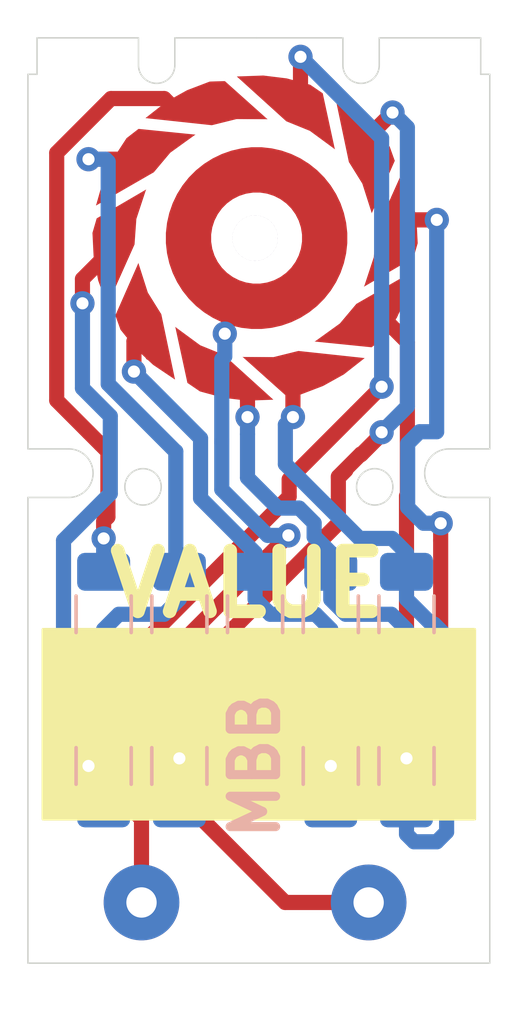
<source format=kicad_pcb>
(kicad_pcb (version 20171130) (host pcbnew 5.1.5)

  (general
    (thickness 0.6)
    (drawings 30)
    (tracks 172)
    (zones 0)
    (modules 12)
    (nets 12)
  )

  (page USLetter)
  (layers
    (0 F.Cu signal)
    (31 B.Cu signal)
    (32 B.Adhes user)
    (33 F.Adhes user)
    (34 B.Paste user)
    (35 F.Paste user)
    (36 B.SilkS user)
    (37 F.SilkS user)
    (38 B.Mask user)
    (39 F.Mask user)
    (40 Dwgs.User user)
    (41 Cmts.User user)
    (42 Eco1.User user)
    (43 Eco2.User user)
    (44 Edge.Cuts user)
    (45 Margin user)
    (46 B.CrtYd user)
    (47 F.CrtYd user)
    (48 B.Fab user)
    (49 F.Fab user)
  )

  (setup
    (last_trace_width 0.5)
    (user_trace_width 0.5)
    (trace_clearance 0.2)
    (zone_clearance 0.508)
    (zone_45_only no)
    (trace_min 0.2)
    (via_size 0.8)
    (via_drill 0.4)
    (via_min_size 0.4)
    (via_min_drill 0.3)
    (uvia_size 0.3)
    (uvia_drill 0.1)
    (uvias_allowed no)
    (uvia_min_size 0.2)
    (uvia_min_drill 0.1)
    (edge_width 0.05)
    (segment_width 0.2)
    (pcb_text_width 0.3)
    (pcb_text_size 1.5 1.5)
    (mod_edge_width 0.12)
    (mod_text_size 1 1)
    (mod_text_width 0.15)
    (pad_size 1.524 1.524)
    (pad_drill 0.762)
    (pad_to_mask_clearance 0.051)
    (solder_mask_min_width 0.25)
    (aux_axis_origin 0 0)
    (visible_elements FFFFFF7F)
    (pcbplotparams
      (layerselection 0x010fc_ffffffff)
      (usegerberextensions false)
      (usegerberattributes false)
      (usegerberadvancedattributes false)
      (creategerberjobfile false)
      (excludeedgelayer true)
      (linewidth 0.100000)
      (plotframeref false)
      (viasonmask false)
      (mode 1)
      (useauxorigin false)
      (hpglpennumber 1)
      (hpglpenspeed 20)
      (hpglpendiameter 15.000000)
      (psnegative false)
      (psa4output false)
      (plotreference true)
      (plotvalue true)
      (plotinvisibletext false)
      (padsonsilk false)
      (subtractmaskfromsilk false)
      (outputformat 1)
      (mirror false)
      (drillshape 1)
      (scaleselection 1)
      (outputdirectory ""))
  )

  (net 0 "")
  (net 1 "Net-(J1-Pad1)")
  (net 2 "Net-(J2-Pad8)")
  (net 3 "Net-(J2-Pad7)")
  (net 4 "Net-(J2-Pad6)")
  (net 5 "Net-(J2-Pad5)")
  (net 6 "Net-(J2-Pad4)")
  (net 7 "Net-(J2-Pad3)")
  (net 8 "Net-(J2-Pad2)")
  (net 9 "Net-(J2-Pad11)")
  (net 10 "Net-(J2-Pad10)")
  (net 11 "Net-(J2-Pad9)")

  (net_class Default "This is the default net class."
    (clearance 0.2)
    (trace_width 0.25)
    (via_dia 0.8)
    (via_drill 0.4)
    (uvia_dia 0.3)
    (uvia_drill 0.1)
    (add_net "Net-(J1-Pad1)")
    (add_net "Net-(J2-Pad10)")
    (add_net "Net-(J2-Pad11)")
    (add_net "Net-(J2-Pad2)")
    (add_net "Net-(J2-Pad3)")
    (add_net "Net-(J2-Pad4)")
    (add_net "Net-(J2-Pad5)")
    (add_net "Net-(J2-Pad6)")
    (add_net "Net-(J2-Pad7)")
    (add_net "Net-(J2-Pad8)")
    (add_net "Net-(J2-Pad9)")
  )

  (module Connector_Wire:SolderWirePad_1x01_Drill1mm (layer F.Cu) (tedit 5AEE5EBE) (tstamp 5E11739C)
    (at 3.75 28.5)
    (descr "Wire solder connection")
    (tags connector)
    (path /5E10EC81)
    (attr virtual)
    (fp_text reference J3 (at 0 -3.81) (layer F.SilkS) hide
      (effects (font (size 1 1) (thickness 0.15)))
    )
    (fp_text value Conn_01x01 (at 0 3.175) (layer F.Fab)
      (effects (font (size 1 1) (thickness 0.15)))
    )
    (fp_line (start 1.75 1.75) (end -1.75 1.75) (layer F.CrtYd) (width 0.05))
    (fp_line (start 1.75 1.75) (end 1.75 -1.75) (layer F.CrtYd) (width 0.05))
    (fp_line (start -1.75 -1.75) (end -1.75 1.75) (layer F.CrtYd) (width 0.05))
    (fp_line (start -1.75 -1.75) (end 1.75 -1.75) (layer F.CrtYd) (width 0.05))
    (fp_text user %R (at 0 0) (layer F.Fab)
      (effects (font (size 1 1) (thickness 0.15)))
    )
    (pad 1 thru_hole circle (at 0 0) (size 2.49936 2.49936) (drill 1.00076) (layers *.Cu *.Mask)
      (net 9 "Net-(J2-Pad11)"))
  )

  (module Connector_Wire:SolderWirePad_1x01_Drill1mm (layer F.Cu) (tedit 5AEE5EBE) (tstamp 5E117370)
    (at 11.25 28.5)
    (descr "Wire solder connection")
    (tags connector)
    (path /5E10EA98)
    (attr virtual)
    (fp_text reference J1 (at 0 -3.81) (layer F.SilkS) hide
      (effects (font (size 1 1) (thickness 0.15)))
    )
    (fp_text value Conn_01x01 (at 0 3.175) (layer F.Fab)
      (effects (font (size 1 1) (thickness 0.15)))
    )
    (fp_line (start 1.75 1.75) (end -1.75 1.75) (layer F.CrtYd) (width 0.05))
    (fp_line (start 1.75 1.75) (end 1.75 -1.75) (layer F.CrtYd) (width 0.05))
    (fp_line (start -1.75 -1.75) (end -1.75 1.75) (layer F.CrtYd) (width 0.05))
    (fp_line (start -1.75 -1.75) (end 1.75 -1.75) (layer F.CrtYd) (width 0.05))
    (fp_text user %R (at 0 0) (layer F.Fab)
      (effects (font (size 1 1) (thickness 0.15)))
    )
    (pad 1 thru_hole circle (at 0 0) (size 2.49936 2.49936) (drill 1.00076) (layers *.Cu *.Mask)
      (net 1 "Net-(J1-Pad1)"))
  )

  (module Resistor_SMD:R_1206_3216Metric (layer B.Cu) (tedit 5B301BBD) (tstamp 5E116902)
    (at 2.5 24 90)
    (descr "Resistor SMD 1206 (3216 Metric), square (rectangular) end terminal, IPC_7351 nominal, (Body size source: http://www.tortai-tech.com/upload/download/2011102023233369053.pdf), generated with kicad-footprint-generator")
    (tags resistor)
    (path /5E111A3A)
    (attr smd)
    (fp_text reference R9 (at 0 1.82 90) (layer B.SilkS) hide
      (effects (font (size 1 1) (thickness 0.15)) (justify mirror))
    )
    (fp_text value 10 (at 0 -1.82 90) (layer B.Fab)
      (effects (font (size 1 1) (thickness 0.15)) (justify mirror))
    )
    (fp_text user %R (at 0 0 90) (layer B.Fab)
      (effects (font (size 0.8 0.8) (thickness 0.12)) (justify mirror))
    )
    (fp_line (start 2.28 -1.12) (end -2.28 -1.12) (layer B.CrtYd) (width 0.05))
    (fp_line (start 2.28 1.12) (end 2.28 -1.12) (layer B.CrtYd) (width 0.05))
    (fp_line (start -2.28 1.12) (end 2.28 1.12) (layer B.CrtYd) (width 0.05))
    (fp_line (start -2.28 -1.12) (end -2.28 1.12) (layer B.CrtYd) (width 0.05))
    (fp_line (start -0.602064 -0.91) (end 0.602064 -0.91) (layer B.SilkS) (width 0.12))
    (fp_line (start -0.602064 0.91) (end 0.602064 0.91) (layer B.SilkS) (width 0.12))
    (fp_line (start 1.6 -0.8) (end -1.6 -0.8) (layer B.Fab) (width 0.1))
    (fp_line (start 1.6 0.8) (end 1.6 -0.8) (layer B.Fab) (width 0.1))
    (fp_line (start -1.6 0.8) (end 1.6 0.8) (layer B.Fab) (width 0.1))
    (fp_line (start -1.6 -0.8) (end -1.6 0.8) (layer B.Fab) (width 0.1))
    (pad 2 smd roundrect (at 1.4 0 90) (size 1.25 1.75) (layers B.Cu B.Paste B.Mask) (roundrect_rratio 0.2)
      (net 9 "Net-(J2-Pad11)"))
    (pad 1 smd roundrect (at -1.4 0 90) (size 1.25 1.75) (layers B.Cu B.Paste B.Mask) (roundrect_rratio 0.2)
      (net 10 "Net-(J2-Pad10)"))
    (model ${KISYS3DMOD}/Resistor_SMD.3dshapes/R_1206_3216Metric.wrl
      (at (xyz 0 0 0))
      (scale (xyz 1 1 1))
      (rotate (xyz 0 0 0))
    )
  )

  (module Resistor_SMD:R_1206_3216Metric (layer B.Cu) (tedit 5B301BBD) (tstamp 5E1168F1)
    (at 5 24 90)
    (descr "Resistor SMD 1206 (3216 Metric), square (rectangular) end terminal, IPC_7351 nominal, (Body size source: http://www.tortai-tech.com/upload/download/2011102023233369053.pdf), generated with kicad-footprint-generator")
    (tags resistor)
    (path /5E111809)
    (attr smd)
    (fp_text reference R8 (at 0 1.82 90) (layer B.SilkS) hide
      (effects (font (size 1 1) (thickness 0.15)) (justify mirror))
    )
    (fp_text value 10 (at 0 -1.82 90) (layer B.Fab)
      (effects (font (size 1 1) (thickness 0.15)) (justify mirror))
    )
    (fp_text user %R (at 0 0 90) (layer B.Fab)
      (effects (font (size 0.8 0.8) (thickness 0.12)) (justify mirror))
    )
    (fp_line (start 2.28 -1.12) (end -2.28 -1.12) (layer B.CrtYd) (width 0.05))
    (fp_line (start 2.28 1.12) (end 2.28 -1.12) (layer B.CrtYd) (width 0.05))
    (fp_line (start -2.28 1.12) (end 2.28 1.12) (layer B.CrtYd) (width 0.05))
    (fp_line (start -2.28 -1.12) (end -2.28 1.12) (layer B.CrtYd) (width 0.05))
    (fp_line (start -0.602064 -0.91) (end 0.602064 -0.91) (layer B.SilkS) (width 0.12))
    (fp_line (start -0.602064 0.91) (end 0.602064 0.91) (layer B.SilkS) (width 0.12))
    (fp_line (start 1.6 -0.8) (end -1.6 -0.8) (layer B.Fab) (width 0.1))
    (fp_line (start 1.6 0.8) (end 1.6 -0.8) (layer B.Fab) (width 0.1))
    (fp_line (start -1.6 0.8) (end 1.6 0.8) (layer B.Fab) (width 0.1))
    (fp_line (start -1.6 -0.8) (end -1.6 0.8) (layer B.Fab) (width 0.1))
    (pad 2 smd roundrect (at 1.4 0 90) (size 1.25 1.75) (layers B.Cu B.Paste B.Mask) (roundrect_rratio 0.2)
      (net 10 "Net-(J2-Pad10)"))
    (pad 1 smd roundrect (at -1.4 0 90) (size 1.25 1.75) (layers B.Cu B.Paste B.Mask) (roundrect_rratio 0.2)
      (net 11 "Net-(J2-Pad9)"))
    (model ${KISYS3DMOD}/Resistor_SMD.3dshapes/R_1206_3216Metric.wrl
      (at (xyz 0 0 0))
      (scale (xyz 1 1 1))
      (rotate (xyz 0 0 0))
    )
  )

  (module Resistor_SMD:R_1206_3216Metric (layer B.Cu) (tedit 5B301BBD) (tstamp 5E1168E0)
    (at 10 24 270)
    (descr "Resistor SMD 1206 (3216 Metric), square (rectangular) end terminal, IPC_7351 nominal, (Body size source: http://www.tortai-tech.com/upload/download/2011102023233369053.pdf), generated with kicad-footprint-generator")
    (tags resistor)
    (path /5E111803)
    (attr smd)
    (fp_text reference R7 (at 0 1.82 90) (layer B.SilkS) hide
      (effects (font (size 1 1) (thickness 0.15)) (justify mirror))
    )
    (fp_text value 10 (at 0 -1.82 90) (layer B.Fab)
      (effects (font (size 1 1) (thickness 0.15)) (justify mirror))
    )
    (fp_text user %R (at 0 0 90) (layer B.Fab)
      (effects (font (size 0.8 0.8) (thickness 0.12)) (justify mirror))
    )
    (fp_line (start 2.28 -1.12) (end -2.28 -1.12) (layer B.CrtYd) (width 0.05))
    (fp_line (start 2.28 1.12) (end 2.28 -1.12) (layer B.CrtYd) (width 0.05))
    (fp_line (start -2.28 1.12) (end 2.28 1.12) (layer B.CrtYd) (width 0.05))
    (fp_line (start -2.28 -1.12) (end -2.28 1.12) (layer B.CrtYd) (width 0.05))
    (fp_line (start -0.602064 -0.91) (end 0.602064 -0.91) (layer B.SilkS) (width 0.12))
    (fp_line (start -0.602064 0.91) (end 0.602064 0.91) (layer B.SilkS) (width 0.12))
    (fp_line (start 1.6 -0.8) (end -1.6 -0.8) (layer B.Fab) (width 0.1))
    (fp_line (start 1.6 0.8) (end 1.6 -0.8) (layer B.Fab) (width 0.1))
    (fp_line (start -1.6 0.8) (end 1.6 0.8) (layer B.Fab) (width 0.1))
    (fp_line (start -1.6 -0.8) (end -1.6 0.8) (layer B.Fab) (width 0.1))
    (pad 2 smd roundrect (at 1.4 0 270) (size 1.25 1.75) (layers B.Cu B.Paste B.Mask) (roundrect_rratio 0.2)
      (net 11 "Net-(J2-Pad9)"))
    (pad 1 smd roundrect (at -1.4 0 270) (size 1.25 1.75) (layers B.Cu B.Paste B.Mask) (roundrect_rratio 0.2)
      (net 2 "Net-(J2-Pad8)"))
    (model ${KISYS3DMOD}/Resistor_SMD.3dshapes/R_1206_3216Metric.wrl
      (at (xyz 0 0 0))
      (scale (xyz 1 1 1))
      (rotate (xyz 0 0 0))
    )
  )

  (module Resistor_SMD:R_1206_3216Metric (layer B.Cu) (tedit 5B301BBD) (tstamp 5E1168CF)
    (at 12.5 24 90)
    (descr "Resistor SMD 1206 (3216 Metric), square (rectangular) end terminal, IPC_7351 nominal, (Body size source: http://www.tortai-tech.com/upload/download/2011102023233369053.pdf), generated with kicad-footprint-generator")
    (tags resistor)
    (path /5E1117FD)
    (attr smd)
    (fp_text reference R6 (at 0 1.82 90) (layer B.SilkS) hide
      (effects (font (size 1 1) (thickness 0.15)) (justify mirror))
    )
    (fp_text value 10 (at 0 -1.82 90) (layer B.Fab)
      (effects (font (size 1 1) (thickness 0.15)) (justify mirror))
    )
    (fp_text user %R (at 0 0 90) (layer B.Fab)
      (effects (font (size 0.8 0.8) (thickness 0.12)) (justify mirror))
    )
    (fp_line (start 2.28 -1.12) (end -2.28 -1.12) (layer B.CrtYd) (width 0.05))
    (fp_line (start 2.28 1.12) (end 2.28 -1.12) (layer B.CrtYd) (width 0.05))
    (fp_line (start -2.28 1.12) (end 2.28 1.12) (layer B.CrtYd) (width 0.05))
    (fp_line (start -2.28 -1.12) (end -2.28 1.12) (layer B.CrtYd) (width 0.05))
    (fp_line (start -0.602064 -0.91) (end 0.602064 -0.91) (layer B.SilkS) (width 0.12))
    (fp_line (start -0.602064 0.91) (end 0.602064 0.91) (layer B.SilkS) (width 0.12))
    (fp_line (start 1.6 -0.8) (end -1.6 -0.8) (layer B.Fab) (width 0.1))
    (fp_line (start 1.6 0.8) (end 1.6 -0.8) (layer B.Fab) (width 0.1))
    (fp_line (start -1.6 0.8) (end 1.6 0.8) (layer B.Fab) (width 0.1))
    (fp_line (start -1.6 -0.8) (end -1.6 0.8) (layer B.Fab) (width 0.1))
    (pad 2 smd roundrect (at 1.4 0 90) (size 1.25 1.75) (layers B.Cu B.Paste B.Mask) (roundrect_rratio 0.2)
      (net 2 "Net-(J2-Pad8)"))
    (pad 1 smd roundrect (at -1.4 0 90) (size 1.25 1.75) (layers B.Cu B.Paste B.Mask) (roundrect_rratio 0.2)
      (net 3 "Net-(J2-Pad7)"))
    (model ${KISYS3DMOD}/Resistor_SMD.3dshapes/R_1206_3216Metric.wrl
      (at (xyz 0 0 0))
      (scale (xyz 1 1 1))
      (rotate (xyz 0 0 0))
    )
  )

  (module Resistor_SMD:R_1206_3216Metric (layer B.Cu) (tedit 5B301BBD) (tstamp 5E1168BE)
    (at 12.5 19 90)
    (descr "Resistor SMD 1206 (3216 Metric), square (rectangular) end terminal, IPC_7351 nominal, (Body size source: http://www.tortai-tech.com/upload/download/2011102023233369053.pdf), generated with kicad-footprint-generator")
    (tags resistor)
    (path /5E1117F7)
    (attr smd)
    (fp_text reference R5 (at 0 1.82 90) (layer B.SilkS) hide
      (effects (font (size 1 1) (thickness 0.15)) (justify mirror))
    )
    (fp_text value 10 (at 0 -1.82 90) (layer B.Fab)
      (effects (font (size 1 1) (thickness 0.15)) (justify mirror))
    )
    (fp_text user %R (at 0 0 90) (layer B.Fab)
      (effects (font (size 0.8 0.8) (thickness 0.12)) (justify mirror))
    )
    (fp_line (start 2.28 -1.12) (end -2.28 -1.12) (layer B.CrtYd) (width 0.05))
    (fp_line (start 2.28 1.12) (end 2.28 -1.12) (layer B.CrtYd) (width 0.05))
    (fp_line (start -2.28 1.12) (end 2.28 1.12) (layer B.CrtYd) (width 0.05))
    (fp_line (start -2.28 -1.12) (end -2.28 1.12) (layer B.CrtYd) (width 0.05))
    (fp_line (start -0.602064 -0.91) (end 0.602064 -0.91) (layer B.SilkS) (width 0.12))
    (fp_line (start -0.602064 0.91) (end 0.602064 0.91) (layer B.SilkS) (width 0.12))
    (fp_line (start 1.6 -0.8) (end -1.6 -0.8) (layer B.Fab) (width 0.1))
    (fp_line (start 1.6 0.8) (end 1.6 -0.8) (layer B.Fab) (width 0.1))
    (fp_line (start -1.6 0.8) (end 1.6 0.8) (layer B.Fab) (width 0.1))
    (fp_line (start -1.6 -0.8) (end -1.6 0.8) (layer B.Fab) (width 0.1))
    (pad 2 smd roundrect (at 1.4 0 90) (size 1.25 1.75) (layers B.Cu B.Paste B.Mask) (roundrect_rratio 0.2)
      (net 3 "Net-(J2-Pad7)"))
    (pad 1 smd roundrect (at -1.4 0 90) (size 1.25 1.75) (layers B.Cu B.Paste B.Mask) (roundrect_rratio 0.2)
      (net 4 "Net-(J2-Pad6)"))
    (model ${KISYS3DMOD}/Resistor_SMD.3dshapes/R_1206_3216Metric.wrl
      (at (xyz 0 0 0))
      (scale (xyz 1 1 1))
      (rotate (xyz 0 0 0))
    )
  )

  (module Resistor_SMD:R_1206_3216Metric (layer B.Cu) (tedit 5B301BBD) (tstamp 5E1168AD)
    (at 10 19 90)
    (descr "Resistor SMD 1206 (3216 Metric), square (rectangular) end terminal, IPC_7351 nominal, (Body size source: http://www.tortai-tech.com/upload/download/2011102023233369053.pdf), generated with kicad-footprint-generator")
    (tags resistor)
    (path /5E110947)
    (attr smd)
    (fp_text reference R4 (at 0 1.82 90) (layer B.SilkS) hide
      (effects (font (size 1 1) (thickness 0.15)) (justify mirror))
    )
    (fp_text value 10 (at 0 -1.82 90) (layer B.Fab)
      (effects (font (size 1 1) (thickness 0.15)) (justify mirror))
    )
    (fp_text user %R (at 0 0 90) (layer B.Fab)
      (effects (font (size 0.8 0.8) (thickness 0.12)) (justify mirror))
    )
    (fp_line (start 2.28 -1.12) (end -2.28 -1.12) (layer B.CrtYd) (width 0.05))
    (fp_line (start 2.28 1.12) (end 2.28 -1.12) (layer B.CrtYd) (width 0.05))
    (fp_line (start -2.28 1.12) (end 2.28 1.12) (layer B.CrtYd) (width 0.05))
    (fp_line (start -2.28 -1.12) (end -2.28 1.12) (layer B.CrtYd) (width 0.05))
    (fp_line (start -0.602064 -0.91) (end 0.602064 -0.91) (layer B.SilkS) (width 0.12))
    (fp_line (start -0.602064 0.91) (end 0.602064 0.91) (layer B.SilkS) (width 0.12))
    (fp_line (start 1.6 -0.8) (end -1.6 -0.8) (layer B.Fab) (width 0.1))
    (fp_line (start 1.6 0.8) (end 1.6 -0.8) (layer B.Fab) (width 0.1))
    (fp_line (start -1.6 0.8) (end 1.6 0.8) (layer B.Fab) (width 0.1))
    (fp_line (start -1.6 -0.8) (end -1.6 0.8) (layer B.Fab) (width 0.1))
    (pad 2 smd roundrect (at 1.4 0 90) (size 1.25 1.75) (layers B.Cu B.Paste B.Mask) (roundrect_rratio 0.2)
      (net 4 "Net-(J2-Pad6)"))
    (pad 1 smd roundrect (at -1.4 0 90) (size 1.25 1.75) (layers B.Cu B.Paste B.Mask) (roundrect_rratio 0.2)
      (net 5 "Net-(J2-Pad5)"))
    (model ${KISYS3DMOD}/Resistor_SMD.3dshapes/R_1206_3216Metric.wrl
      (at (xyz 0 0 0))
      (scale (xyz 1 1 1))
      (rotate (xyz 0 0 0))
    )
  )

  (module Resistor_SMD:R_1206_3216Metric (layer B.Cu) (tedit 5B301BBD) (tstamp 5E11689C)
    (at 7.5 19 90)
    (descr "Resistor SMD 1206 (3216 Metric), square (rectangular) end terminal, IPC_7351 nominal, (Body size source: http://www.tortai-tech.com/upload/download/2011102023233369053.pdf), generated with kicad-footprint-generator")
    (tags resistor)
    (path /5E110941)
    (attr smd)
    (fp_text reference R3 (at 0 1.82 90) (layer B.SilkS) hide
      (effects (font (size 1 1) (thickness 0.15)) (justify mirror))
    )
    (fp_text value 10 (at 0 -1.82 90) (layer B.Fab)
      (effects (font (size 1 1) (thickness 0.15)) (justify mirror))
    )
    (fp_text user %R (at 0 0 90) (layer B.Fab)
      (effects (font (size 0.8 0.8) (thickness 0.12)) (justify mirror))
    )
    (fp_line (start 2.28 -1.12) (end -2.28 -1.12) (layer B.CrtYd) (width 0.05))
    (fp_line (start 2.28 1.12) (end 2.28 -1.12) (layer B.CrtYd) (width 0.05))
    (fp_line (start -2.28 1.12) (end 2.28 1.12) (layer B.CrtYd) (width 0.05))
    (fp_line (start -2.28 -1.12) (end -2.28 1.12) (layer B.CrtYd) (width 0.05))
    (fp_line (start -0.602064 -0.91) (end 0.602064 -0.91) (layer B.SilkS) (width 0.12))
    (fp_line (start -0.602064 0.91) (end 0.602064 0.91) (layer B.SilkS) (width 0.12))
    (fp_line (start 1.6 -0.8) (end -1.6 -0.8) (layer B.Fab) (width 0.1))
    (fp_line (start 1.6 0.8) (end 1.6 -0.8) (layer B.Fab) (width 0.1))
    (fp_line (start -1.6 0.8) (end 1.6 0.8) (layer B.Fab) (width 0.1))
    (fp_line (start -1.6 -0.8) (end -1.6 0.8) (layer B.Fab) (width 0.1))
    (pad 2 smd roundrect (at 1.4 0 90) (size 1.25 1.75) (layers B.Cu B.Paste B.Mask) (roundrect_rratio 0.2)
      (net 5 "Net-(J2-Pad5)"))
    (pad 1 smd roundrect (at -1.4 0 90) (size 1.25 1.75) (layers B.Cu B.Paste B.Mask) (roundrect_rratio 0.2)
      (net 6 "Net-(J2-Pad4)"))
    (model ${KISYS3DMOD}/Resistor_SMD.3dshapes/R_1206_3216Metric.wrl
      (at (xyz 0 0 0))
      (scale (xyz 1 1 1))
      (rotate (xyz 0 0 0))
    )
  )

  (module Resistor_SMD:R_1206_3216Metric (layer B.Cu) (tedit 5B301BBD) (tstamp 5E11688B)
    (at 5 19 270)
    (descr "Resistor SMD 1206 (3216 Metric), square (rectangular) end terminal, IPC_7351 nominal, (Body size source: http://www.tortai-tech.com/upload/download/2011102023233369053.pdf), generated with kicad-footprint-generator")
    (tags resistor)
    (path /5E110307)
    (attr smd)
    (fp_text reference R2 (at 0 1.82 270) (layer B.SilkS) hide
      (effects (font (size 1 1) (thickness 0.15)) (justify mirror))
    )
    (fp_text value 10 (at 0 -1.82 270) (layer B.Fab)
      (effects (font (size 1 1) (thickness 0.15)) (justify mirror))
    )
    (fp_text user %R (at 0 0 270) (layer B.Fab)
      (effects (font (size 0.8 0.8) (thickness 0.12)) (justify mirror))
    )
    (fp_line (start 2.28 -1.12) (end -2.28 -1.12) (layer B.CrtYd) (width 0.05))
    (fp_line (start 2.28 1.12) (end 2.28 -1.12) (layer B.CrtYd) (width 0.05))
    (fp_line (start -2.28 1.12) (end 2.28 1.12) (layer B.CrtYd) (width 0.05))
    (fp_line (start -2.28 -1.12) (end -2.28 1.12) (layer B.CrtYd) (width 0.05))
    (fp_line (start -0.602064 -0.91) (end 0.602064 -0.91) (layer B.SilkS) (width 0.12))
    (fp_line (start -0.602064 0.91) (end 0.602064 0.91) (layer B.SilkS) (width 0.12))
    (fp_line (start 1.6 -0.8) (end -1.6 -0.8) (layer B.Fab) (width 0.1))
    (fp_line (start 1.6 0.8) (end 1.6 -0.8) (layer B.Fab) (width 0.1))
    (fp_line (start -1.6 0.8) (end 1.6 0.8) (layer B.Fab) (width 0.1))
    (fp_line (start -1.6 -0.8) (end -1.6 0.8) (layer B.Fab) (width 0.1))
    (pad 2 smd roundrect (at 1.4 0 270) (size 1.25 1.75) (layers B.Cu B.Paste B.Mask) (roundrect_rratio 0.2)
      (net 6 "Net-(J2-Pad4)"))
    (pad 1 smd roundrect (at -1.4 0 270) (size 1.25 1.75) (layers B.Cu B.Paste B.Mask) (roundrect_rratio 0.2)
      (net 7 "Net-(J2-Pad3)"))
    (model ${KISYS3DMOD}/Resistor_SMD.3dshapes/R_1206_3216Metric.wrl
      (at (xyz 0 0 0))
      (scale (xyz 1 1 1))
      (rotate (xyz 0 0 0))
    )
  )

  (module Resistor_SMD:R_1206_3216Metric (layer B.Cu) (tedit 5B301BBD) (tstamp 5E11687A)
    (at 2.5 19 270)
    (descr "Resistor SMD 1206 (3216 Metric), square (rectangular) end terminal, IPC_7351 nominal, (Body size source: http://www.tortai-tech.com/upload/download/2011102023233369053.pdf), generated with kicad-footprint-generator")
    (tags resistor)
    (path /5E10F1B8)
    (attr smd)
    (fp_text reference R1 (at 0 1.82 270) (layer B.SilkS) hide
      (effects (font (size 1 1) (thickness 0.15)) (justify mirror))
    )
    (fp_text value 10 (at 0 -1.82 270) (layer B.Fab)
      (effects (font (size 1 1) (thickness 0.15)) (justify mirror))
    )
    (fp_text user %R (at 0 0 270) (layer B.Fab)
      (effects (font (size 0.8 0.8) (thickness 0.12)) (justify mirror))
    )
    (fp_line (start 2.28 -1.12) (end -2.28 -1.12) (layer B.CrtYd) (width 0.05))
    (fp_line (start 2.28 1.12) (end 2.28 -1.12) (layer B.CrtYd) (width 0.05))
    (fp_line (start -2.28 1.12) (end 2.28 1.12) (layer B.CrtYd) (width 0.05))
    (fp_line (start -2.28 -1.12) (end -2.28 1.12) (layer B.CrtYd) (width 0.05))
    (fp_line (start -0.602064 -0.91) (end 0.602064 -0.91) (layer B.SilkS) (width 0.12))
    (fp_line (start -0.602064 0.91) (end 0.602064 0.91) (layer B.SilkS) (width 0.12))
    (fp_line (start 1.6 -0.8) (end -1.6 -0.8) (layer B.Fab) (width 0.1))
    (fp_line (start 1.6 0.8) (end 1.6 -0.8) (layer B.Fab) (width 0.1))
    (fp_line (start -1.6 0.8) (end 1.6 0.8) (layer B.Fab) (width 0.1))
    (fp_line (start -1.6 -0.8) (end -1.6 0.8) (layer B.Fab) (width 0.1))
    (pad 2 smd roundrect (at 1.4 0 270) (size 1.25 1.75) (layers B.Cu B.Paste B.Mask) (roundrect_rratio 0.2)
      (net 7 "Net-(J2-Pad3)"))
    (pad 1 smd roundrect (at -1.4 0 270) (size 1.25 1.75) (layers B.Cu B.Paste B.Mask) (roundrect_rratio 0.2)
      (net 8 "Net-(J2-Pad2)"))
    (model ${KISYS3DMOD}/Resistor_SMD.3dshapes/R_1206_3216Metric.wrl
      (at (xyz 0 0 0))
      (scale (xyz 1 1 1))
      (rotate (xyz 0 0 0))
    )
  )

  (module DecadeRbox:SwitchPad (layer F.Cu) (tedit 5E10C0F9) (tstamp 5E116869)
    (at 7.5 6.6)
    (path /5E10D884)
    (fp_text reference J2 (at 0.4 6.8) (layer F.SilkS) hide
      (effects (font (size 1 1) (thickness 0.15)))
    )
    (fp_text value Conn_01x11 (at 0 -7) (layer F.Fab)
      (effects (font (size 1 1) (thickness 0.15)))
    )
    (fp_circle (center 0 0) (end 5.5 0) (layer Dwgs.User) (width 0.05))
    (fp_circle (center 0 0) (end 3.8 0) (layer Dwgs.User) (width 0.05))
    (pad "" np_thru_hole custom (at 0 0 72) (size 1.5 1.5) (drill 1.5) (layers *.Cu *.Mask)
      (zone_connect 0)
      (options (clearance outline) (anchor circle))
      (primitives
      ))
    (pad 1 smd custom (at -2.2 0) (size 0.01 0.01) (layers F.Cu F.Mask)
      (net 1 "Net-(J1-Pad1)") (zone_connect 0)
      (options (clearance outline) (anchor circle))
      (primitives
        (gr_circle (center 2.25 0) (end 4.5 0) (width 1.5))
      ))
    (pad 8 smd custom (at 1.972005 3.410454 324) (size 0.01 0.01) (layers F.Cu F.Mask)
      (net 2 "Net-(J2-Pad8)") (zone_connect 0)
      (options (clearance outline) (anchor circle))
      (primitives
        (gr_poly (pts
           (xy 0 0) (xy 1.63 -0.95) (xy 1.77 -1.43) (xy 1.73 -2.23) (xy 1.58 -3)
           (xy 1.28 -3.82) (xy 0.38 -1.81) (xy 0.32 -0.97)) (width 0))
      ))
    (pad 7 smd custom (at -0.409229 3.918231 288) (size 0.01 0.01) (layers F.Cu F.Mask)
      (net 3 "Net-(J2-Pad7)") (zone_connect 0)
      (options (clearance outline) (anchor circle))
      (primitives
        (gr_poly (pts
           (xy 0 0) (xy 1.63 -0.95) (xy 1.77 -1.43) (xy 1.73 -2.23) (xy 1.58 -3)
           (xy 1.28 -3.82) (xy 0.38 -1.81) (xy 0.32 -0.97)) (width 0))
      ))
    (pad 6 smd custom (at -2.634152 2.929376 252) (size 0.01 0.01) (layers F.Cu F.Mask)
      (net 4 "Net-(J2-Pad6)") (zone_connect 0)
      (options (clearance outline) (anchor circle))
      (primitives
        (gr_poly (pts
           (xy 0 0) (xy 1.63 -0.95) (xy 1.77 -1.43) (xy 1.73 -2.23) (xy 1.58 -3)
           (xy 1.28 -3.82) (xy 0.38 -1.81) (xy 0.32 -0.97)) (width 0))
      ))
    (pad 5 smd custom (at -3.852918 0.8216 216) (size 0.01 0.01) (layers F.Cu F.Mask)
      (net 5 "Net-(J2-Pad5)") (zone_connect 0)
      (options (clearance outline) (anchor circle))
      (primitives
        (gr_poly (pts
           (xy 0 0) (xy 1.63 -0.95) (xy 1.77 -1.43) (xy 1.73 -2.23) (xy 1.58 -3)
           (xy 1.28 -3.82) (xy 0.38 -1.81) (xy 0.32 -0.97)) (width 0))
      ))
    (pad 4 smd custom (at -3.6 -1.6 180) (size 0.01 0.01) (layers F.Cu F.Mask)
      (net 6 "Net-(J2-Pad4)") (zone_connect 0)
      (options (clearance outline) (anchor circle))
      (primitives
        (gr_poly (pts
           (xy 0 0) (xy 1.63 -0.95) (xy 1.77 -1.43) (xy 1.73 -2.23) (xy 1.58 -3)
           (xy 1.28 -3.82) (xy 0.38 -1.81) (xy 0.32 -0.97)) (width 0))
      ))
    (pad 3 smd custom (at -1.972005 -3.410454 144) (size 0.01 0.01) (layers F.Cu F.Mask)
      (net 7 "Net-(J2-Pad3)") (zone_connect 0)
      (options (clearance outline) (anchor circle))
      (primitives
        (gr_poly (pts
           (xy 0 0) (xy 1.63 -0.95) (xy 1.77 -1.43) (xy 1.73 -2.23) (xy 1.58 -3)
           (xy 1.28 -3.82) (xy 0.38 -1.81) (xy 0.32 -0.97)) (width 0))
      ))
    (pad 2 smd custom (at 0.409229 -3.918231 108) (size 0.01 0.01) (layers F.Cu F.Mask)
      (net 8 "Net-(J2-Pad2)") (zone_connect 0)
      (options (clearance outline) (anchor circle))
      (primitives
        (gr_poly (pts
           (xy 0 0) (xy 1.63 -0.95) (xy 1.77 -1.43) (xy 1.73 -2.23) (xy 1.58 -3)
           (xy 1.28 -3.82) (xy 0.38 -1.81) (xy 0.32 -0.97)) (width 0))
      ))
    (pad 11 smd custom (at 2.634152 -2.929376 72) (size 0.01 0.01) (layers F.Cu F.Mask)
      (net 9 "Net-(J2-Pad11)") (zone_connect 0)
      (options (clearance outline) (anchor circle))
      (primitives
        (gr_poly (pts
           (xy 0 0) (xy 1.63 -0.95) (xy 1.77 -1.43) (xy 1.73 -2.23) (xy 1.58 -3)
           (xy 1.28 -3.82) (xy 0.38 -1.81) (xy 0.32 -0.97)) (width 0))
      ))
    (pad 10 smd custom (at 3.852918 -0.8216 36) (size 0.01 0.01) (layers F.Cu F.Mask)
      (net 10 "Net-(J2-Pad10)") (zone_connect 0)
      (options (clearance outline) (anchor circle))
      (primitives
        (gr_poly (pts
           (xy 0 0) (xy 1.63 -0.95) (xy 1.77 -1.43) (xy 1.73 -2.23) (xy 1.58 -3)
           (xy 1.28 -3.82) (xy 0.38 -1.81) (xy 0.32 -0.97)) (width 0))
      ))
    (pad 9 smd custom (at 3.6 1.6) (size 0.01 0.01) (layers F.Cu F.Mask)
      (net 11 "Net-(J2-Pad9)") (zone_connect 0)
      (options (clearance outline) (anchor circle))
      (primitives
        (gr_poly (pts
           (xy 0 0) (xy 1.63 -0.95) (xy 1.77 -1.43) (xy 1.73 -2.23) (xy 1.58 -3)
           (xy 1.28 -3.82) (xy 0.38 -1.81) (xy 0.32 -0.97)) (width 0))
      ))
  )

  (gr_text VALUE (at 7.25 18) (layer F.SilkS)
    (effects (font (size 2 2) (thickness 0.45)))
  )
  (gr_poly (pts (xy 14.75 25.75) (xy 0.5 25.75) (xy 0.5 19.5) (xy 14.75 19.5)) (layer F.SilkS) (width 0.1))
  (gr_text MBB (at 7.5 24 90) (layer B.SilkS)
    (effects (font (size 1.5 1.5) (thickness 0.3)))
  )
  (gr_circle (center 11.45 14.8) (end 10.85 14.8) (layer Edge.Cuts) (width 0.05) (tstamp 5E116DFF))
  (gr_line (start 10.4 0.9) (end 10.4 0) (layer Edge.Cuts) (width 0.05) (tstamp 5E116E02))
  (gr_line (start 15.25 30.5) (end 0 30.5) (layer Edge.Cuts) (width 0.05) (tstamp 5E116E1A))
  (gr_line (start 15.25 1.2) (end 15.25 13.55) (layer Edge.Cuts) (width 0.05) (tstamp 5E116E1D))
  (gr_line (start 14.95 0) (end 14.95 1.2) (layer Edge.Cuts) (width 0.05) (tstamp 5E116E05))
  (gr_line (start 10.4 0) (end 7.55 0) (layer Edge.Cuts) (width 0.05) (tstamp 5E116DFC))
  (gr_arc (start 13.9 14.35) (end 13.9 15.15) (angle 180) (layer Edge.Cuts) (width 0.05) (tstamp 5E116E20))
  (gr_line (start 14.95 1.2) (end 15.25 1.2) (layer Edge.Cuts) (width 0.05) (tstamp 5E116E0B))
  (gr_line (start 15.25 15.15) (end 15.25 30.5) (layer Edge.Cuts) (width 0.05) (tstamp 5E116E17))
  (gr_line (start 15.25 13.55) (end 13.9 13.55) (layer Edge.Cuts) (width 0.05) (tstamp 5E116E08))
  (gr_line (start 14.95 0) (end 11.6 0) (layer Edge.Cuts) (width 0.05) (tstamp 5E116E14))
  (gr_line (start 11.6 0) (end 11.6 0.9) (layer Edge.Cuts) (width 0.05) (tstamp 5E116E0E))
  (gr_arc (start 11 0.9) (end 11.6 0.9) (angle 180) (layer Edge.Cuts) (width 0.05) (tstamp 5E116E11))
  (gr_line (start 13.9 15.15) (end 15.25 15.15) (layer Edge.Cuts) (width 0.05) (tstamp 5E116DF9))
  (gr_circle (center 3.8 14.8) (end 4.4 14.8) (layer Edge.Cuts) (width 0.05))
  (gr_line (start 4.85 0) (end 7.55 0) (layer Edge.Cuts) (width 0.05))
  (gr_line (start 4.85 0.9) (end 4.85 0) (layer Edge.Cuts) (width 0.05))
  (gr_arc (start 4.25 0.9) (end 3.65 0.9) (angle -180) (layer Edge.Cuts) (width 0.05))
  (gr_line (start 3.65 0) (end 3.65 0.9) (layer Edge.Cuts) (width 0.05))
  (gr_line (start 0.3 0) (end 3.65 0) (layer Edge.Cuts) (width 0.05))
  (gr_line (start 0 15.15) (end 0 30.5) (layer Edge.Cuts) (width 0.05))
  (gr_line (start 1.35 15.15) (end 0 15.15) (layer Edge.Cuts) (width 0.05))
  (gr_arc (start 1.35 14.35) (end 1.35 15.15) (angle -180) (layer Edge.Cuts) (width 0.05))
  (gr_line (start 0 13.55) (end 1.35 13.55) (layer Edge.Cuts) (width 0.05))
  (gr_line (start 0 1.2) (end 0 13.55) (layer Edge.Cuts) (width 0.05))
  (gr_line (start 0.3 1.2) (end 0 1.2) (layer Edge.Cuts) (width 0.05))
  (gr_line (start 0.3 0) (end 0.3 1.2) (layer Edge.Cuts) (width 0.05))

  (via (at 6.5 9.75) (size 0.8) (drill 0.4) (layers F.Cu B.Cu) (net 1))
  (segment (start 6.5 9.75) (end 6.5 8.25) (width 0.25) (layer F.Cu) (net 1))
  (segment (start 11.25 28.5) (end 8.491998 28.5) (width 0.5) (layer F.Cu) (net 1))
  (segment (start 4.149999 24.158001) (end 4.149999 20.850001) (width 0.5) (layer F.Cu) (net 1))
  (segment (start 8.491998 28.5) (end 4.149999 24.158001) (width 0.5) (layer F.Cu) (net 1))
  (segment (start 6.400001 13.349999) (end 6.400001 10.599999) (width 0.5) (layer B.Cu) (net 1))
  (segment (start 6.400001 13.349999) (end 6.400001 13.25) (width 0.5) (layer B.Cu) (net 1))
  (segment (start 6.400001 14.885039) (end 6.400001 13.349999) (width 0.5) (layer B.Cu) (net 1))
  (segment (start 6.5 10.5) (end 6.400001 10.599999) (width 0.5) (layer B.Cu) (net 1))
  (segment (start 6.5 9.75) (end 6.5 10.5) (width 0.5) (layer B.Cu) (net 1))
  (via (at 8.600001 16.399999) (size 0.8) (drill 0.4) (layers F.Cu B.Cu) (net 1))
  (segment (start 8.125 16.875) (end 8.600001 16.399999) (width 0.5) (layer F.Cu) (net 1))
  (segment (start 4.149999 20.850001) (end 8.125 16.875) (width 0.5) (layer F.Cu) (net 1))
  (segment (start 7.914961 16.399999) (end 6.400001 14.885039) (width 0.5) (layer B.Cu) (net 1))
  (segment (start 8.600001 16.399999) (end 7.914961 16.399999) (width 0.5) (layer B.Cu) (net 1))
  (via (at 12.5 23.75) (size 0.8) (drill 0.4) (layers F.Cu B.Cu) (net 2))
  (segment (start 12.5 22.6) (end 12.5 23.75) (width 0.5) (layer B.Cu) (net 2))
  (segment (start 12.5 23.75) (end 12.5 24) (width 0.25) (layer F.Cu) (net 2))
  (segment (start 12.528711 15.075597) (end 12.528711 10.028711) (width 0.5) (layer F.Cu) (net 2))
  (segment (start 12.5 23.75) (end 12.5 15.104308) (width 0.5) (layer F.Cu) (net 2))
  (segment (start 12.5 15.104308) (end 12.528711 15.075597) (width 0.5) (layer F.Cu) (net 2))
  (segment (start 12.528711 10.028711) (end 11.5 9) (width 0.5) (layer F.Cu) (net 2))
  (segment (start 12.5 22.6) (end 10.1 22.6) (width 0.5) (layer B.Cu) (net 2))
  (segment (start 12.5 26.25) (end 12.5 25.4) (width 0.5) (layer B.Cu) (net 3))
  (segment (start 12.75 26.5) (end 12.5 26.25) (width 0.5) (layer B.Cu) (net 3))
  (segment (start 13.5 26.5) (end 12.75 26.5) (width 0.5) (layer B.Cu) (net 3))
  (segment (start 13.82501 26.17499) (end 13.5 26.5) (width 0.5) (layer B.Cu) (net 3))
  (segment (start 13.82501 19.735044) (end 13.82501 26.17499) (width 0.5) (layer B.Cu) (net 3))
  (segment (start 12.5 17.6) (end 12.5 18.5) (width 0.5) (layer B.Cu) (net 3))
  (segment (start 12.5 18.5) (end 13.32499 19.32499) (width 0.5) (layer B.Cu) (net 3))
  (segment (start 13.32499 19.32499) (end 13.414956 19.32499) (width 0.5) (layer B.Cu) (net 3))
  (segment (start 13.414956 19.32499) (end 13.82501 19.735044) (width 0.5) (layer B.Cu) (net 3))
  (segment (start 12.5 16.975) (end 12.025 16.5) (width 0.5) (layer B.Cu) (net 3))
  (segment (start 12.5 17.6) (end 12.5 16.975) (width 0.5) (layer B.Cu) (net 3))
  (segment (start 10.947966 16.5) (end 8.5 14.052034) (width 0.5) (layer B.Cu) (net 3))
  (segment (start 12.025 16.5) (end 10.947966 16.5) (width 0.5) (layer B.Cu) (net 3))
  (segment (start 8.5 14.052034) (end 8.5 12.75) (width 0.5) (layer B.Cu) (net 3))
  (via (at 8.75 12.5) (size 0.8) (drill 0.4) (layers F.Cu B.Cu) (net 3))
  (segment (start 8.5 12.75) (end 8.75 12.5) (width 0.5) (layer B.Cu) (net 3))
  (segment (start 8.75 12.5) (end 8.75 11.5) (width 0.5) (layer F.Cu) (net 3))
  (segment (start 10 18.510037) (end 10 17.6) (width 0.5) (layer B.Cu) (net 4))
  (segment (start 10.489963 19) (end 10 18.510037) (width 0.5) (layer B.Cu) (net 4))
  (segment (start 12 19) (end 10.489963 19) (width 0.5) (layer B.Cu) (net 4))
  (segment (start 12.5 20.4) (end 12.5 19.5) (width 0.5) (layer B.Cu) (net 4))
  (segment (start 12.5 19.5) (end 12 19) (width 0.5) (layer B.Cu) (net 4))
  (via (at 7.250001 12.5) (size 0.8) (drill 0.4) (layers F.Cu B.Cu) (net 4))
  (segment (start 7.250001 12.5) (end 7.25 11.934314) (width 0.5) (layer F.Cu) (net 4))
  (segment (start 7.25 11.934314) (end 7.25 11.75) (width 0.5) (layer F.Cu) (net 4))
  (segment (start 7.250001 14.500001) (end 7.250001 13.065685) (width 0.5) (layer B.Cu) (net 4))
  (segment (start 8.958004 15.5) (end 8.25 15.5) (width 0.5) (layer B.Cu) (net 4))
  (segment (start 7.250001 13.065685) (end 7.250001 12.5) (width 0.5) (layer B.Cu) (net 4))
  (segment (start 9.450002 16.450002) (end 9.450002 15.991998) (width 0.5) (layer B.Cu) (net 4))
  (segment (start 8.25 15.5) (end 7.250001 14.500001) (width 0.5) (layer B.Cu) (net 4))
  (segment (start 9.450002 15.991998) (end 8.958004 15.5) (width 0.5) (layer B.Cu) (net 4))
  (segment (start 9.475002 16.450002) (end 9.450002 16.450002) (width 0.5) (layer B.Cu) (net 4))
  (segment (start 10 16.975) (end 9.475002 16.450002) (width 0.5) (layer B.Cu) (net 4))
  (segment (start 10 17.6) (end 10 16.975) (width 0.5) (layer B.Cu) (net 4))
  (via (at 3.5 11) (size 0.8) (drill 0.4) (layers F.Cu B.Cu) (net 5))
  (segment (start 4 10.5) (end 4 9.5) (width 0.25) (layer F.Cu) (net 5))
  (segment (start 7.5 17.6) (end 7.5 18.5) (width 0.5) (layer B.Cu) (net 5))
  (segment (start 7.5 18.5) (end 8 19) (width 0.5) (layer B.Cu) (net 5))
  (segment (start 8 19) (end 9.5 19) (width 0.5) (layer B.Cu) (net 5))
  (segment (start 9.5 19) (end 10 19.5) (width 0.5) (layer B.Cu) (net 5))
  (segment (start 10 19.5) (end 10 20.5) (width 0.5) (layer B.Cu) (net 5))
  (segment (start 3.899999 11.399999) (end 3.5 11) (width 0.5) (layer B.Cu) (net 5))
  (segment (start 5.699991 15.174991) (end 5.699991 13.199991) (width 0.5) (layer B.Cu) (net 5))
  (segment (start 5.699991 13.199991) (end 3.899999 11.399999) (width 0.5) (layer B.Cu) (net 5))
  (segment (start 7.5 16.975) (end 5.699991 15.174991) (width 0.5) (layer B.Cu) (net 5))
  (segment (start 7.5 17.6) (end 7.5 16.975) (width 0.5) (layer B.Cu) (net 5))
  (segment (start 3.5 11) (end 3.5 10) (width 0.5) (layer F.Cu) (net 5))
  (segment (start 3.5 10) (end 4 9.5) (width 0.5) (layer F.Cu) (net 5))
  (segment (start 7.5 20.4) (end 5.1 20.4) (width 0.5) (layer B.Cu) (net 6))
  (via (at 1.799999 8.75) (size 0.8) (drill 0.4) (layers F.Cu B.Cu) (net 6))
  (segment (start 1.799999 8.75) (end 1.799999 7.950001) (width 0.5) (layer F.Cu) (net 6))
  (segment (start 1.799999 7.950001) (end 2.75 7) (width 0.5) (layer F.Cu) (net 6))
  (segment (start 2.719619 12.467584) (end 1.799999 11.547964) (width 0.5) (layer B.Cu) (net 6))
  (segment (start 1.799999 11.547964) (end 1.799999 8.75) (width 0.5) (layer B.Cu) (net 6))
  (segment (start 2.719619 15.022379) (end 2.719619 12.467584) (width 0.5) (layer B.Cu) (net 6))
  (segment (start 1.17499 16.567008) (end 2.719619 15.022379) (width 0.5) (layer B.Cu) (net 6))
  (segment (start 1.17499 21.064956) (end 1.17499 16.567008) (width 0.5) (layer B.Cu) (net 6))
  (segment (start 5 21) (end 4.5 21.5) (width 0.5) (layer B.Cu) (net 6))
  (segment (start 4.5 21.5) (end 4.47501 21.47501) (width 0.5) (layer B.Cu) (net 6))
  (segment (start 4.47501 21.47501) (end 1.585044 21.47501) (width 0.5) (layer B.Cu) (net 6))
  (segment (start 1.585044 21.47501) (end 1.17499 21.064956) (width 0.5) (layer B.Cu) (net 6))
  (segment (start 5 20.4) (end 5 21) (width 0.5) (layer B.Cu) (net 6))
  (via (at 2 4) (size 0.8) (drill 0.4) (layers F.Cu B.Cu) (net 7))
  (segment (start 2.5 20.4) (end 2.5 19.5) (width 0.5) (layer B.Cu) (net 7))
  (segment (start 2.5 19.5) (end 3 19) (width 0.5) (layer B.Cu) (net 7))
  (segment (start 5 17.6) (end 5 18.5) (width 0.5) (layer B.Cu) (net 7))
  (segment (start 4.5 19) (end 3 19) (width 0.5) (layer B.Cu) (net 7))
  (segment (start 5 18.5) (end 4.5 19) (width 0.5) (layer B.Cu) (net 7))
  (segment (start 2 4) (end 3.5 4) (width 0.5) (layer F.Cu) (net 7))
  (segment (start 4.882641 13.632641) (end 4.882641 17.382641) (width 0.5) (layer B.Cu) (net 7))
  (segment (start 2 4) (end 2.565685 4) (width 0.5) (layer B.Cu) (net 7))
  (segment (start 2.565685 4) (end 2.649999 4.084314) (width 0.5) (layer B.Cu) (net 7))
  (segment (start 2.649999 4.084314) (end 2.649999 11.408001) (width 0.5) (layer B.Cu) (net 7))
  (segment (start 4.874639 13.632641) (end 4.882641 13.632641) (width 0.5) (layer B.Cu) (net 7))
  (segment (start 2.649999 11.408001) (end 4.874639 13.632641) (width 0.5) (layer B.Cu) (net 7))
  (via (at 2.5 16.5) (size 0.8) (drill 0.4) (layers F.Cu B.Cu) (net 8))
  (segment (start 2.5 17.6) (end 2.5 16.5) (width 0.5) (layer B.Cu) (net 8))
  (segment (start 2.399999 13.399999) (end 2 13) (width 0.5) (layer F.Cu) (net 8))
  (segment (start 2.64063 13.64063) (end 2.399999 13.399999) (width 0.5) (layer F.Cu) (net 8))
  (segment (start 2.5 15.934315) (end 2.64063 15.793685) (width 0.5) (layer F.Cu) (net 8))
  (segment (start 2.64063 15.793685) (end 2.64063 13.64063) (width 0.5) (layer F.Cu) (net 8))
  (segment (start 2.5 16.5) (end 2.5 15.934315) (width 0.5) (layer F.Cu) (net 8))
  (segment (start 0.949998 3.792) (end 2.741998 2) (width 0.5) (layer F.Cu) (net 8))
  (segment (start 0.949998 11.949998) (end 0.949998 3.792) (width 0.5) (layer F.Cu) (net 8))
  (segment (start 2 13) (end 0.949998 11.949998) (width 0.5) (layer F.Cu) (net 8))
  (segment (start 2.741998 2) (end 4.5 2) (width 0.5) (layer F.Cu) (net 8))
  (segment (start 4.5 2) (end 4.75 2.25) (width 0.5) (layer F.Cu) (net 8))
  (via (at 2 24) (size 0.8) (drill 0.4) (layers F.Cu B.Cu) (net 9))
  (via (at 11.67871 11.5) (size 0.8) (drill 0.4) (layers F.Cu B.Cu) (net 9))
  (via (at 9 0.625) (size 0.8) (drill 0.4) (layers F.Cu B.Cu) (net 9))
  (segment (start 9 0.625) (end 9 2) (width 0.25) (layer F.Cu) (net 9))
  (segment (start 3.75 25.75) (end 2 24) (width 0.5) (layer F.Cu) (net 9))
  (segment (start 3.75 28.5) (end 3.75 25.75) (width 0.5) (layer F.Cu) (net 9))
  (segment (start 2 24) (end 2 21.758002) (width 0.5) (layer F.Cu) (net 9))
  (segment (start 11.67871 11.5) (end 10.828709 12.350001) (width 0.5) (layer F.Cu) (net 9))
  (segment (start 11.625 3.25) (end 9 0.625) (width 0.5) (layer B.Cu) (net 9))
  (segment (start 11.67871 11.5) (end 11.67871 3.30371) (width 0.5) (layer B.Cu) (net 9))
  (segment (start 11.67871 3.30371) (end 11.625 3.25) (width 0.5) (layer B.Cu) (net 9))
  (segment (start 9 0.625) (end 9 1.75) (width 0.5) (layer F.Cu) (net 9))
  (segment (start 2.5 23.5) (end 2 24) (width 0.5) (layer B.Cu) (net 9))
  (segment (start 2.5 22.6) (end 2.5 23.5) (width 0.5) (layer B.Cu) (net 9))
  (segment (start 8.625467 15.125467) (end 8.625467 14.553243) (width 0.5) (layer F.Cu) (net 9))
  (segment (start 8.625467 14.553243) (end 10.828709 12.350001) (width 0.5) (layer F.Cu) (net 9))
  (segment (start 2 21.758002) (end 8.625467 15.125467) (width 0.5) (layer F.Cu) (net 9))
  (via (at 5 23.75) (size 0.8) (drill 0.4) (layers F.Cu B.Cu) (net 10))
  (segment (start 5 22.6) (end 5 23.75) (width 0.5) (layer B.Cu) (net 10))
  (segment (start 5 23.75) (end 5 21.25) (width 0.5) (layer F.Cu) (net 10))
  (segment (start 5 21.25) (end 10.25 16) (width 0.5) (layer F.Cu) (net 10))
  (via (at 11.67871 13) (size 0.8) (drill 0.4) (layers F.Cu B.Cu) (net 10))
  (segment (start 10.25 14.5) (end 10.5 14.25) (width 0.5) (layer F.Cu) (net 10))
  (segment (start 10.25 16) (end 10.25 14.5) (width 0.5) (layer F.Cu) (net 10))
  (segment (start 10.491211 14.187499) (end 10.5 14.25) (width 0.25) (layer F.Cu) (net 10))
  (segment (start 11.528719 13.211244) (end 11.025607 13.714355) (width 0.5) (layer F.Cu) (net 10))
  (segment (start 11.67871 13) (end 11.528719 13.149991) (width 0.5) (layer F.Cu) (net 10))
  (segment (start 11.025607 13.714355) (end 10.994981 13.744981) (width 0.5) (layer F.Cu) (net 10))
  (segment (start 11.528719 13.149991) (end 11.528719 13.211244) (width 0.5) (layer F.Cu) (net 10))
  (via (at 12.038541 2.461459) (size 0.8) (drill 0.4) (layers F.Cu B.Cu) (net 10))
  (segment (start 11.67871 13) (end 12.528711 12.149999) (width 0.5) (layer B.Cu) (net 10))
  (segment (start 12.528711 2.951629) (end 12.038541 2.461459) (width 0.5) (layer B.Cu) (net 10))
  (segment (start 12.528711 12.149999) (end 12.528711 2.951629) (width 0.5) (layer B.Cu) (net 10))
  (segment (start 12.038541 2.461459) (end 11.638542 2.861458) (width 0.5) (layer F.Cu) (net 10))
  (segment (start 11.638542 2.861458) (end 11.25 3.25) (width 0.5) (layer F.Cu) (net 10))
  (segment (start 3.100001 24.149999) (end 2.75 24.5) (width 0.5) (layer B.Cu) (net 10))
  (segment (start 4.600001 24.149999) (end 3.100001 24.149999) (width 0.5) (layer B.Cu) (net 10))
  (segment (start 5 23.75) (end 4.600001 24.149999) (width 0.5) (layer B.Cu) (net 10))
  (segment (start 2.75 24.525) (end 2.75 24.5) (width 0.5) (layer B.Cu) (net 10))
  (segment (start 2.5 24.775) (end 2.75 24.525) (width 0.5) (layer B.Cu) (net 10))
  (segment (start 2.5 25.4) (end 2.5 24.775) (width 0.5) (layer B.Cu) (net 10))
  (segment (start 10.25 14.461961) (end 10.25 14.5) (width 0.5) (layer F.Cu) (net 10))
  (segment (start 10.997606 13.714355) (end 10.25 14.461961) (width 0.5) (layer F.Cu) (net 10))
  (segment (start 11.025607 13.714355) (end 10.997606 13.714355) (width 0.5) (layer F.Cu) (net 10))
  (via (at 13.62871 16) (size 0.8) (drill 0.4) (layers F.Cu B.Cu) (net 11))
  (via (at 10 24) (size 0.8) (drill 0.4) (layers F.Cu B.Cu) (net 11))
  (segment (start 10 24) (end 10 25.5) (width 0.5) (layer B.Cu) (net 11))
  (segment (start 13.62871 23.879292) (end 13.62871 16.565685) (width 0.5) (layer F.Cu) (net 11))
  (segment (start 10.600001 24.600001) (end 12.908001 24.600001) (width 0.5) (layer F.Cu) (net 11))
  (segment (start 13.62871 16.565685) (end 13.62871 16) (width 0.5) (layer F.Cu) (net 11))
  (segment (start 12.908001 24.600001) (end 13.62871 23.879292) (width 0.5) (layer F.Cu) (net 11))
  (segment (start 10 24) (end 10.600001 24.600001) (width 0.5) (layer F.Cu) (net 11))
  (segment (start 12.930572 12.983394) (end 13.496257 12.983394) (width 0.5) (layer B.Cu) (net 11))
  (segment (start 12.538964 15.475939) (end 12.538964 13.375002) (width 0.5) (layer B.Cu) (net 11))
  (segment (start 12.538964 13.375002) (end 12.930572 12.983394) (width 0.5) (layer B.Cu) (net 11))
  (segment (start 13.063025 16) (end 12.538964 15.475939) (width 0.5) (layer B.Cu) (net 11))
  (segment (start 13.62871 16) (end 13.063025 16) (width 0.5) (layer B.Cu) (net 11))
  (segment (start 13.496257 12.983394) (end 13.496257 6.003743) (width 0.5) (layer B.Cu) (net 11))
  (via (at 13.5 6) (size 0.8) (drill 0.4) (layers F.Cu B.Cu) (net 11))
  (segment (start 13.496257 6.003743) (end 13.5 6) (width 0.5) (layer B.Cu) (net 11))
  (segment (start 13.5 6) (end 12.5 6) (width 0.5) (layer F.Cu) (net 11))
  (segment (start 10 25.4) (end 5.15 25.4) (width 0.5) (layer B.Cu) (net 11))

)

</source>
